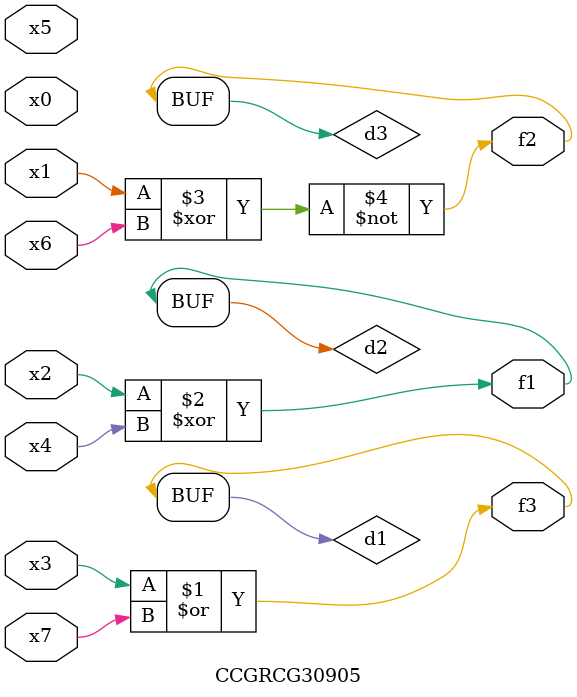
<source format=v>
module CCGRCG30905(
	input x0, x1, x2, x3, x4, x5, x6, x7,
	output f1, f2, f3
);

	wire d1, d2, d3;

	or (d1, x3, x7);
	xor (d2, x2, x4);
	xnor (d3, x1, x6);
	assign f1 = d2;
	assign f2 = d3;
	assign f3 = d1;
endmodule

</source>
